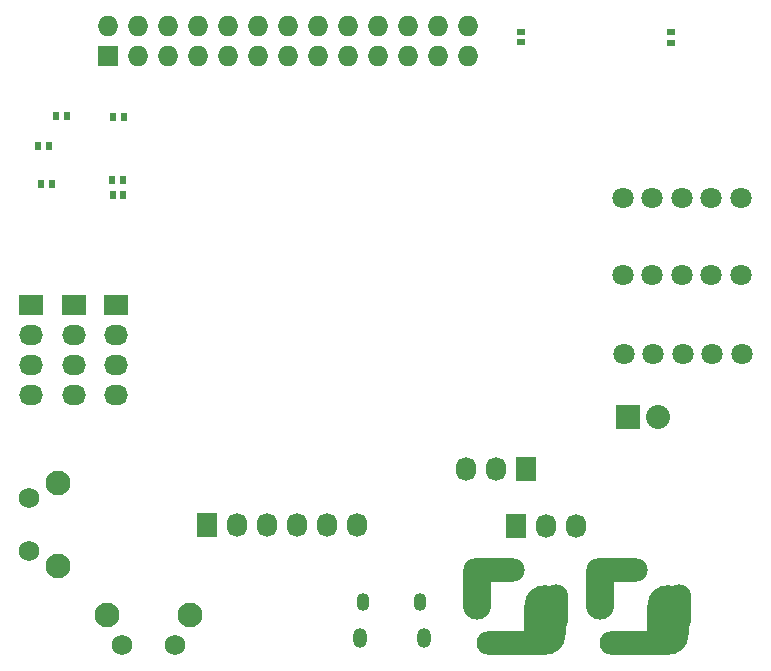
<source format=gbs>
G04 #@! TF.FileFunction,Soldermask,Bot*
%FSLAX46Y46*%
G04 Gerber Fmt 4.6, Leading zero omitted, Abs format (unit mm)*
G04 Created by KiCad (PCBNEW 4.0.2-stable) date 4/21/2016 11:26:25 AM*
%MOMM*%
G01*
G04 APERTURE LIST*
%ADD10C,0.100000*%
%ADD11R,0.500000X0.800000*%
%ADD12O,1.100000X1.500000*%
%ADD13O,1.200000X1.700000*%
%ADD14O,3.500000X5.900000*%
%ADD15O,2.400000X5.200000*%
%ADD16O,5.200000X2.000000*%
%ADD17O,6.500000X2.000000*%
%ADD18O,2.050000X4.000000*%
%ADD19R,1.727200X2.032000*%
%ADD20O,1.727200X2.032000*%
%ADD21R,1.727200X1.727200*%
%ADD22O,1.727200X1.727200*%
%ADD23R,2.032000X1.727200*%
%ADD24O,2.032000X1.727200*%
%ADD25R,2.032000X2.032000*%
%ADD26O,2.032000X2.032000*%
%ADD27C,1.800000*%
%ADD28R,0.800000X0.500000*%
%ADD29C,2.100000*%
%ADD30C,1.750000*%
G04 APERTURE END LIST*
D10*
D11*
X10821000Y41175000D03*
X11710000Y41175000D03*
X5651500Y42100500D03*
X4762500Y42100500D03*
X10795000Y42418000D03*
X11684000Y42418000D03*
X4534500Y45302500D03*
X5423500Y45302500D03*
X10884500Y47779000D03*
X11773500Y47779000D03*
X6947500Y47842500D03*
X6058500Y47842500D03*
D12*
X32018000Y6668500D03*
X36868000Y6668500D03*
D13*
X31718000Y3668500D03*
X37168000Y3668500D03*
D14*
X47382000Y5146500D03*
D15*
X41682000Y7786500D03*
D16*
X43082000Y9386500D03*
D17*
X44882000Y3186500D03*
D18*
X48332000Y6136500D03*
D14*
X57796000Y5146500D03*
D15*
X52096000Y7786500D03*
D16*
X53496000Y9386500D03*
D17*
X55296000Y3186500D03*
D18*
X58746000Y6136500D03*
D19*
X44961140Y13128320D03*
D20*
X47501140Y13128320D03*
X50041140Y13128320D03*
D19*
X18822000Y13235000D03*
D20*
X21362000Y13235000D03*
X23902000Y13235000D03*
X26442000Y13235000D03*
X28982000Y13235000D03*
X31522000Y13235000D03*
D21*
X10440000Y52922500D03*
D22*
X10440000Y55462500D03*
X12980000Y52922500D03*
X12980000Y55462500D03*
X15520000Y52922500D03*
X15520000Y55462500D03*
X18060000Y52922500D03*
X18060000Y55462500D03*
X20600000Y52922500D03*
X20600000Y55462500D03*
X23140000Y52922500D03*
X23140000Y55462500D03*
X25680000Y52922500D03*
X25680000Y55462500D03*
X28220000Y52922500D03*
X28220000Y55462500D03*
X30760000Y52922500D03*
X30760000Y55462500D03*
X33300000Y52922500D03*
X33300000Y55462500D03*
X35840000Y52922500D03*
X35840000Y55462500D03*
X38380000Y52922500D03*
X38380000Y55462500D03*
X40920000Y52922500D03*
X40920000Y55462500D03*
D19*
X45783500Y17907000D03*
D20*
X43243500Y17907000D03*
X40703500Y17907000D03*
D23*
X11138500Y31840500D03*
D24*
X11138500Y29300500D03*
X11138500Y26760500D03*
X11138500Y24220500D03*
D23*
X7519000Y31840500D03*
D24*
X7519000Y29300500D03*
X7519000Y26760500D03*
X7519000Y24220500D03*
D25*
X54483600Y22340900D03*
D26*
X57023600Y22340900D03*
D27*
X54102600Y27649500D03*
X56602600Y27649500D03*
X59102600Y27649500D03*
X61602600Y27649500D03*
X64102600Y27649500D03*
X54001000Y34380500D03*
X56501000Y34380500D03*
X59001000Y34380500D03*
X61501000Y34380500D03*
X64001000Y34380500D03*
X54001000Y40857500D03*
X56501000Y40857500D03*
X59001000Y40857500D03*
X61501000Y40857500D03*
X64001000Y40857500D03*
D23*
X3899500Y31840500D03*
D24*
X3899500Y29300500D03*
X3899500Y26760500D03*
X3899500Y24220500D03*
D28*
X58102500Y54038500D03*
X58102500Y54927500D03*
X45365000Y54065500D03*
X45365000Y54954500D03*
D29*
X10331500Y5565000D03*
D30*
X11591500Y3075000D03*
X16091500Y3075000D03*
D29*
X17341500Y5565000D03*
X6199000Y16772500D03*
D30*
X3709000Y15512500D03*
X3709000Y11012500D03*
D29*
X6199000Y9762500D03*
M02*

</source>
